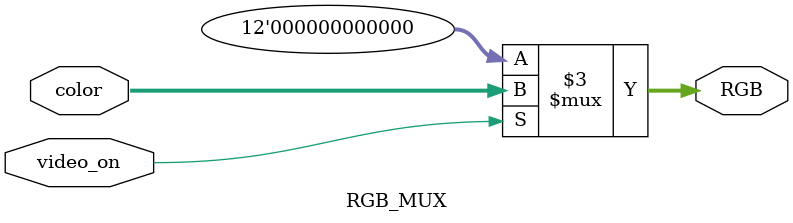
<source format=v>
`timescale 1ns / 1ps
module RGB_MUX(
    input video_on,
	 input [11:0] color,
	 output reg [11:0] RGB
	 );
	 always @*
	 begin
	 if (video_on)
		RGB=color;
	 else
		RGB=12'h000;
	end
endmodule

</source>
